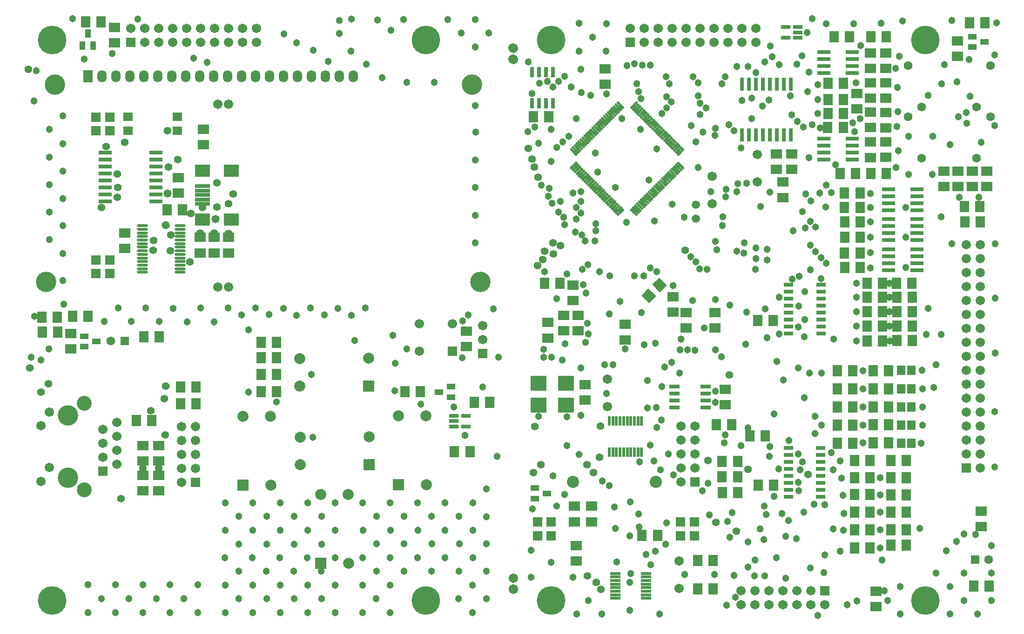
<source format=gts>
%FSLAX43Y43*%
%MOMM*%
G71*
G01*
G75*
%ADD10C,0.300*%
%ADD11R,1.600X1.800*%
%ADD12R,1.800X1.600*%
%ADD13R,1.300X0.850*%
%ADD14R,1.450X0.550*%
%ADD15R,1.450X0.550*%
%ADD16R,0.850X1.300*%
%ADD17R,2.150X0.600*%
%ADD18R,2.150X0.600*%
%ADD19R,2.500X0.500*%
%ADD20R,2.500X2.000*%
%ADD21O,1.800X0.350*%
%ADD22O,1.800X0.350*%
%ADD23R,1.500X1.300*%
%ADD24C,0.250*%
%ADD25R,0.300X1.600*%
%ADD26R,1.700X0.600*%
%ADD27R,1.700X0.600*%
%ADD28R,0.600X2.150*%
%ADD29R,0.600X1.700*%
%ADD30R,0.600X2.150*%
%ADD31R,1.550X0.600*%
%ADD32R,1.550X0.600*%
%ADD33C,0.063*%
%ADD34R,2.200X0.600*%
%ADD35R,2.200X0.600*%
%ADD36R,2.200X0.550*%
%ADD37R,2.200X0.550*%
%ADD38R,1.300X1.500*%
%ADD39R,2.700X2.500*%
%ADD40R,1.650X0.300*%
%ADD41C,0.500*%
%ADD42C,0.400*%
%ADD43C,0.600*%
%ADD44C,1.000*%
%ADD45C,0.800*%
%ADD46R,1.500X1.500*%
%ADD47C,1.500*%
%ADD48R,1.400X1.400*%
%ADD49C,1.400*%
%ADD50O,1.500X2.000*%
%ADD51R,1.500X2.000*%
%ADD52C,1.800*%
%ADD53R,1.800X1.800*%
%ADD54C,1.200*%
%ADD55C,3.500*%
%ADD56C,2.500*%
%ADD57C,5.000*%
%ADD58C,1.100*%
%ADD59C,1.300*%
%ADD60C,2.000*%
%ADD61C,1.500*%
%ADD62C,1.270*%
%ADD63R,0.950X0.900*%
%ADD64C,0.700*%
%ADD65R,1.803X2.003*%
%ADD66R,2.003X1.803*%
%ADD67R,1.503X1.053*%
%ADD68R,1.653X0.753*%
%ADD69R,1.653X0.753*%
%ADD70R,1.053X1.503*%
%ADD71R,2.353X0.803*%
%ADD72R,2.353X0.803*%
%ADD73R,2.703X0.703*%
%ADD74R,2.703X2.203*%
%ADD75O,2.003X0.553*%
%ADD76O,2.003X0.553*%
%ADD77R,1.703X1.503*%
%ADD78R,0.503X1.803*%
%ADD79R,1.903X0.803*%
%ADD80R,1.903X0.803*%
%ADD81R,0.803X2.353*%
%ADD82R,0.803X1.903*%
%ADD83R,0.803X2.353*%
%ADD84R,1.753X0.803*%
%ADD85R,1.753X0.803*%
%ADD86R,2.403X0.803*%
%ADD87R,2.403X0.803*%
%ADD88R,2.403X0.753*%
%ADD89R,2.403X0.753*%
%ADD90R,1.503X1.703*%
%ADD91R,2.903X2.703*%
%ADD92R,1.853X0.503*%
%ADD93R,1.703X1.703*%
%ADD94C,1.703*%
%ADD95R,1.603X1.603*%
%ADD96C,1.603*%
%ADD97O,1.703X2.203*%
%ADD98R,1.703X2.203*%
%ADD99C,2.003*%
%ADD100R,2.003X2.003*%
%ADD101C,1.403*%
%ADD102C,3.703*%
%ADD103C,2.703*%
%ADD104C,5.203*%
%ADD105C,1.303*%
%ADD106C,1.503*%
%ADD107C,2.203*%
%ADD108C,1.703*%
%ADD109C,1.473*%
D33*
X112548Y74968D02*
X112271Y74691D01*
X111111Y75852D01*
X111388Y76128D01*
X112548Y74968D01*
X112474D02*
X112271Y74765D01*
X111185Y75852D01*
X111388Y76054D01*
X112474Y74968D01*
X112400D02*
X112271Y74839D01*
X111259Y75852D01*
X111388Y75980D01*
X112400Y74968D01*
X112327D02*
X112271Y74912D01*
X111332Y75852D01*
X111388Y75907D01*
X112327Y74968D01*
X112271Y74986D02*
X111388Y75833D01*
D42*
X101136Y87555D02*
X102020Y86671D01*
X101982Y86634D02*
G03*
X102020Y86671I19J19D01*
G01*
X101098Y87518D02*
X101982Y86634D01*
X101136Y87555D02*
G03*
X101098Y87518I-19J-19D01*
G01*
X108169Y75711D02*
X109053Y76595D01*
X109091Y76558D02*
G03*
X109053Y76595I-19J19D01*
G01*
X108207Y75674D02*
X109091Y76558D01*
X108169Y75711D02*
G03*
X108207Y75674I19J-19D01*
G01*
X113119Y92682D02*
X114003Y93566D01*
X114040Y93528D02*
G03*
X114003Y93566I-19J19D01*
G01*
X113157Y92644D02*
X114040Y93528D01*
X113119Y92682D02*
G03*
X113157Y92644I19J-19D01*
G01*
X117399Y81898D02*
X118283Y81015D01*
X118245Y80977D02*
G03*
X118283Y81015I19J19D01*
G01*
X117361Y81861D02*
X118245Y80977D01*
X117399Y81898D02*
G03*
X117361Y81861I-19J-19D01*
G01*
X116692Y81191D02*
X117576Y80307D01*
X117538Y80270D02*
G03*
X117576Y80307I19J19D01*
G01*
X116654Y81154D02*
X117538Y80270D01*
X116692Y81191D02*
G03*
X116654Y81154I-19J-19D01*
G01*
X108523Y75358D02*
X109407Y76242D01*
X109444Y76204D02*
G03*
X109407Y76242I-19J19D01*
G01*
X108560Y75320D02*
X109444Y76204D01*
X108523Y75358D02*
G03*
X108560Y75320I19J-19D01*
G01*
X100745Y83136D02*
X101628Y84020D01*
X101666Y83982D02*
G03*
X101628Y84020I-19J19D01*
G01*
X100782Y83098D02*
X101666Y83982D01*
X100745Y83136D02*
G03*
X100782Y83098I19J-19D01*
G01*
X100391Y83489D02*
X101275Y84373D01*
X101312Y84336D02*
G03*
X101275Y84373I-19J19D01*
G01*
X100429Y83452D02*
X101312Y84336D01*
X100391Y83489D02*
G03*
X100429Y83452I19J-19D01*
G01*
X119167Y83666D02*
X120051Y82782D01*
X120013Y82745D02*
G03*
X120051Y82782I19J19D01*
G01*
X119129Y83629D02*
X120013Y82745D01*
X119167Y83666D02*
G03*
X119129Y83629I-19J-19D01*
G01*
X118813Y83313D02*
X119697Y82429D01*
X119660Y82391D02*
G03*
X119697Y82429I19J19D01*
G01*
X118776Y83275D02*
X119660Y82391D01*
X118813Y83313D02*
G03*
X118776Y83275I-19J-19D01*
G01*
X115594Y90207D02*
X116478Y91091D01*
X116515Y91053D02*
G03*
X116478Y91091I-19J19D01*
G01*
X115631Y90169D02*
X116515Y91053D01*
X115594Y90207D02*
G03*
X115631Y90169I19J-19D01*
G01*
X115240Y90561D02*
X116124Y91444D01*
X116162Y91407D02*
G03*
X116124Y91444I-19J19D01*
G01*
X115278Y90523D02*
X116162Y91407D01*
X115240Y90561D02*
G03*
X115278Y90523I19J-19D01*
G01*
X116654Y89146D02*
X117538Y90030D01*
X117576Y89993D02*
G03*
X117538Y90030I-19J19D01*
G01*
X116692Y89109D02*
X117576Y89993D01*
X116654Y89146D02*
G03*
X116692Y89109I19J-19D01*
G01*
X101098Y82782D02*
X101982Y83666D01*
X102020Y83629D02*
G03*
X101982Y83666I-19J19D01*
G01*
X101136Y82745D02*
X102020Y83629D01*
X101098Y82782D02*
G03*
X101136Y82745I19J-19D01*
G01*
X101452Y82393D02*
X102336Y83277D01*
X102373Y83240D02*
G03*
X102336Y83277I-19J19D01*
G01*
X101489Y82356D02*
X102373Y83240D01*
X101452Y82393D02*
G03*
X101489Y82356I19J-19D01*
G01*
X101805Y82075D02*
X102689Y82959D01*
X102727Y82921D02*
G03*
X102689Y82959I-19J19D01*
G01*
X101843Y82038D02*
X102727Y82921D01*
X101805Y82075D02*
G03*
X101843Y82038I19J-19D01*
G01*
X102159Y81722D02*
X103043Y82606D01*
X103080Y82568D02*
G03*
X103043Y82606I-19J19D01*
G01*
X102196Y81684D02*
X103080Y82568D01*
X102159Y81722D02*
G03*
X102196Y81684I19J-19D01*
G01*
X102512Y81368D02*
X103396Y82252D01*
X103434Y82214D02*
G03*
X103396Y82252I-19J19D01*
G01*
X102550Y81330D02*
X103434Y82214D01*
X102512Y81368D02*
G03*
X102550Y81330I19J-19D01*
G01*
X102866Y81015D02*
X103750Y81898D01*
X103787Y81861D02*
G03*
X103750Y81898I-19J19D01*
G01*
X102903Y80977D02*
X103787Y81861D01*
X102866Y81015D02*
G03*
X102903Y80977I19J-19D01*
G01*
X103219Y80661D02*
X104103Y81545D01*
X104141Y81507D02*
G03*
X104103Y81545I-19J19D01*
G01*
X103257Y80623D02*
X104141Y81507D01*
X103219Y80661D02*
G03*
X103257Y80623I19J-19D01*
G01*
X103573Y80307D02*
X104457Y81191D01*
X104494Y81154D02*
G03*
X104457Y81191I-19J19D01*
G01*
X103611Y80270D02*
X104494Y81154D01*
X103573Y80307D02*
G03*
X103611Y80270I19J-19D01*
G01*
X103926Y79954D02*
X104810Y80838D01*
X104848Y80800D02*
G03*
X104810Y80838I-19J19D01*
G01*
X103964Y79916D02*
X104848Y80800D01*
X103926Y79954D02*
G03*
X103964Y79916I19J-19D01*
G01*
X104280Y79600D02*
X105164Y80484D01*
X105202Y80447D02*
G03*
X105164Y80484I-19J19D01*
G01*
X104318Y79563D02*
X105202Y80447D01*
X104280Y79600D02*
G03*
X104318Y79563I19J-19D01*
G01*
X104634Y79247D02*
X105517Y80131D01*
X105555Y80093D02*
G03*
X105517Y80131I-19J19D01*
G01*
X104671Y79209D02*
X105555Y80093D01*
X104634Y79247D02*
G03*
X104671Y79209I19J-19D01*
G01*
X104987Y78893D02*
X105871Y79777D01*
X105909Y79740D02*
G03*
X105871Y79777I-19J19D01*
G01*
X105025Y78856D02*
X105909Y79740D01*
X104987Y78893D02*
G03*
X105025Y78856I19J-19D01*
G01*
X105341Y78540D02*
X106225Y79424D01*
X106262Y79386D02*
G03*
X106225Y79424I-19J19D01*
G01*
X105378Y78502D02*
X106262Y79386D01*
X105341Y78540D02*
G03*
X105378Y78502I19J-19D01*
G01*
X105694Y78186D02*
X106578Y79070D01*
X106616Y79032D02*
G03*
X106578Y79070I-19J19D01*
G01*
X105732Y78149D02*
X106616Y79032D01*
X105694Y78186D02*
G03*
X105732Y78149I19J-19D01*
G01*
X106048Y77833D02*
X106932Y78716D01*
X106969Y78679D02*
G03*
X106932Y78716I-19J19D01*
G01*
X106085Y77795D02*
X106969Y78679D01*
X106048Y77833D02*
G03*
X106085Y77795I19J-19D01*
G01*
X106401Y77479D02*
X107285Y78363D01*
X107323Y78325D02*
G03*
X107285Y78363I-19J19D01*
G01*
X106439Y77441D02*
X107323Y78325D01*
X106401Y77479D02*
G03*
X106439Y77441I19J-19D01*
G01*
X106755Y77090D02*
X107639Y77974D01*
X107676Y77936D02*
G03*
X107639Y77974I-19J19D01*
G01*
X106793Y77052D02*
X107676Y77936D01*
X106755Y77090D02*
G03*
X106793Y77052I19J-19D01*
G01*
X107108Y76772D02*
X107992Y77656D01*
X108030Y77618D02*
G03*
X107992Y77656I-19J19D01*
G01*
X107146Y76734D02*
X108030Y77618D01*
X107108Y76772D02*
G03*
X107146Y76734I19J-19D01*
G01*
X107462Y76418D02*
X108346Y77302D01*
X108384Y77265D02*
G03*
X108346Y77302I-19J19D01*
G01*
X107500Y76381D02*
X108384Y77265D01*
X107462Y76418D02*
G03*
X107500Y76381I19J-19D01*
G01*
X107816Y76065D02*
X108699Y76949D01*
X108737Y76911D02*
G03*
X108699Y76949I-19J19D01*
G01*
X107853Y76027D02*
X108737Y76911D01*
X107816Y76065D02*
G03*
X107853Y76027I19J-19D01*
G01*
X108876Y75004D02*
X109760Y75888D01*
X109798Y75850D02*
G03*
X109760Y75888I-19J19D01*
G01*
X108914Y74967D02*
X109798Y75850D01*
X108876Y75004D02*
G03*
X108914Y74967I19J-19D01*
G01*
X108914Y95333D02*
X109798Y94450D01*
X109760Y94412D02*
G03*
X109798Y94450I19J19D01*
G01*
X108876Y95296D02*
X109760Y94412D01*
X108914Y95333D02*
G03*
X108876Y95296I-19J-19D01*
G01*
X108560Y94980D02*
X109444Y94096D01*
X109407Y94058D02*
G03*
X109444Y94096I19J19D01*
G01*
X108523Y94942D02*
X109407Y94058D01*
X108560Y94980D02*
G03*
X108523Y94942I-19J-19D01*
G01*
X108207Y94626D02*
X109091Y93742D01*
X109053Y93705D02*
G03*
X109091Y93742I19J19D01*
G01*
X108169Y94589D02*
X109053Y93705D01*
X108207Y94626D02*
G03*
X108169Y94589I-19J-19D01*
G01*
X107853Y94273D02*
X108737Y93389D01*
X108699Y93351D02*
G03*
X108737Y93389I19J19D01*
G01*
X107816Y94235D02*
X108699Y93351D01*
X107853Y94273D02*
G03*
X107816Y94235I-19J-19D01*
G01*
X107500Y93919D02*
X108384Y93035D01*
X108346Y92998D02*
G03*
X108384Y93035I19J19D01*
G01*
X107462Y93882D02*
X108346Y92998D01*
X107500Y93919D02*
G03*
X107462Y93882I-19J-19D01*
G01*
X107146Y93566D02*
X108030Y92682D01*
X107992Y92644D02*
G03*
X108030Y92682I19J19D01*
G01*
X107108Y93528D02*
X107992Y92644D01*
X107146Y93566D02*
G03*
X107108Y93528I-19J-19D01*
G01*
X106793Y93212D02*
X107676Y92328D01*
X107639Y92291D02*
G03*
X107676Y92328I19J19D01*
G01*
X106755Y93175D02*
X107639Y92291D01*
X106793Y93212D02*
G03*
X106755Y93175I-19J-19D01*
G01*
X106439Y92859D02*
X107323Y91975D01*
X107285Y91937D02*
G03*
X107323Y91975I19J19D01*
G01*
X106401Y92821D02*
X107285Y91937D01*
X106439Y92859D02*
G03*
X106401Y92821I-19J-19D01*
G01*
X106085Y92505D02*
X106969Y91621D01*
X106932Y91584D02*
G03*
X106969Y91621I19J19D01*
G01*
X106048Y92467D02*
X106932Y91584D01*
X106085Y92505D02*
G03*
X106048Y92467I-19J-19D01*
G01*
X105732Y92151D02*
X106616Y91268D01*
X106578Y91230D02*
G03*
X106616Y91268I19J19D01*
G01*
X105694Y92114D02*
X106578Y91230D01*
X105732Y92151D02*
G03*
X105694Y92114I-19J-19D01*
G01*
X105378Y91798D02*
X106262Y90914D01*
X106225Y90876D02*
G03*
X106262Y90914I19J19D01*
G01*
X105341Y91760D02*
X106225Y90876D01*
X105378Y91798D02*
G03*
X105341Y91760I-19J-19D01*
G01*
X105025Y91444D02*
X105909Y90560D01*
X105871Y90523D02*
G03*
X105909Y90560I19J19D01*
G01*
X104987Y91407D02*
X105871Y90523D01*
X105025Y91444D02*
G03*
X104987Y91407I-19J-19D01*
G01*
X104671Y91091D02*
X105555Y90207D01*
X105517Y90169D02*
G03*
X105555Y90207I19J19D01*
G01*
X104634Y91053D02*
X105517Y90169D01*
X104671Y91091D02*
G03*
X104634Y91053I-19J-19D01*
G01*
X104318Y90737D02*
X105202Y89853D01*
X105164Y89816D02*
G03*
X105202Y89853I19J19D01*
G01*
X104280Y90700D02*
X105164Y89816D01*
X104318Y90737D02*
G03*
X104280Y90700I-19J-19D01*
G01*
X103964Y90384D02*
X104848Y89500D01*
X104810Y89462D02*
G03*
X104848Y89500I19J19D01*
G01*
X103926Y90346D02*
X104810Y89462D01*
X103964Y90384D02*
G03*
X103926Y90346I-19J-19D01*
G01*
X103257Y89677D02*
X104141Y88793D01*
X104103Y88755D02*
G03*
X104141Y88793I19J19D01*
G01*
X103219Y89639D02*
X104103Y88755D01*
X103257Y89677D02*
G03*
X103219Y89639I-19J-19D01*
G01*
X102903Y89323D02*
X103787Y88439D01*
X103750Y88402D02*
G03*
X103787Y88439I19J19D01*
G01*
X102866Y89285D02*
X103750Y88402D01*
X102903Y89323D02*
G03*
X102866Y89285I-19J-19D01*
G01*
X102550Y88970D02*
X103434Y88086D01*
X103396Y88048D02*
G03*
X103434Y88086I19J19D01*
G01*
X102512Y88932D02*
X103396Y88048D01*
X102550Y88970D02*
G03*
X102512Y88932I-19J-19D01*
G01*
X102196Y88616D02*
X103080Y87732D01*
X103043Y87694D02*
G03*
X103080Y87732I19J19D01*
G01*
X102159Y88578D02*
X103043Y87694D01*
X102196Y88616D02*
G03*
X102159Y88578I-19J-19D01*
G01*
X101843Y88262D02*
X102727Y87379D01*
X102689Y87341D02*
G03*
X102727Y87379I19J19D01*
G01*
X101805Y88225D02*
X102689Y87341D01*
X101843Y88262D02*
G03*
X101805Y88225I-19J-19D01*
G01*
X101489Y87909D02*
X102373Y87025D01*
X102336Y86987D02*
G03*
X102373Y87025I19J19D01*
G01*
X101452Y87871D02*
X102336Y86987D01*
X101489Y87909D02*
G03*
X101452Y87871I-19J-19D01*
G01*
X119836Y85964D02*
X120720Y86848D01*
X120758Y86811D02*
G03*
X120720Y86848I-19J19D01*
G01*
X119874Y85927D02*
X120758Y86811D01*
X119836Y85964D02*
G03*
X119874Y85927I19J-19D01*
G01*
X119129Y86671D02*
X120013Y87555D01*
X120051Y87518D02*
G03*
X120013Y87555I-19J19D01*
G01*
X119167Y86634D02*
X120051Y87518D01*
X119129Y86671D02*
G03*
X119167Y86634I19J-19D01*
G01*
X118776Y87025D02*
X119660Y87909D01*
X119697Y87871D02*
G03*
X119660Y87909I-19J19D01*
G01*
X118813Y86987D02*
X119697Y87871D01*
X118776Y87025D02*
G03*
X118813Y86987I19J-19D01*
G01*
X118422Y87379D02*
X119306Y88262D01*
X119344Y88225D02*
G03*
X119306Y88262I-19J19D01*
G01*
X118460Y87341D02*
X119344Y88225D01*
X118422Y87379D02*
G03*
X118460Y87341I19J-19D01*
G01*
X118069Y87732D02*
X118952Y88616D01*
X118990Y88578D02*
G03*
X118952Y88616I-19J19D01*
G01*
X118106Y87694D02*
X118990Y88578D01*
X118069Y87732D02*
G03*
X118106Y87694I19J-19D01*
G01*
X117715Y88086D02*
X118599Y88970D01*
X118637Y88932D02*
G03*
X118599Y88970I-19J19D01*
G01*
X117753Y88048D02*
X118637Y88932D01*
X117715Y88086D02*
G03*
X117753Y88048I19J-19D01*
G01*
X117362Y88439D02*
X118245Y89323D01*
X118283Y89285D02*
G03*
X118245Y89323I-19J19D01*
G01*
X117399Y88402D02*
X118283Y89285D01*
X117362Y88439D02*
G03*
X117399Y88402I19J-19D01*
G01*
X117008Y88793D02*
X117892Y89677D01*
X117929Y89639D02*
G03*
X117892Y89677I-19J19D01*
G01*
X117046Y88755D02*
X117929Y89639D01*
X117008Y88793D02*
G03*
X117046Y88755I19J-19D01*
G01*
X116301Y89500D02*
X117185Y90384D01*
X117222Y90346D02*
G03*
X117185Y90384I-19J19D01*
G01*
X116339Y89462D02*
X117222Y90346D01*
X116301Y89500D02*
G03*
X116339Y89462I19J-19D01*
G01*
X115947Y89853D02*
X116831Y90737D01*
X116869Y90700D02*
G03*
X116831Y90737I-19J19D01*
G01*
X115985Y89816D02*
X116869Y90700D01*
X115947Y89853D02*
G03*
X115985Y89816I19J-19D01*
G01*
X114887Y90914D02*
X115771Y91798D01*
X115808Y91760D02*
G03*
X115771Y91798I-19J19D01*
G01*
X114924Y90876D02*
X115808Y91760D01*
X114887Y90914D02*
G03*
X114924Y90876I19J-19D01*
G01*
X114533Y91268D02*
X115417Y92151D01*
X115455Y92114D02*
G03*
X115417Y92151I-19J19D01*
G01*
X114571Y91230D02*
X115455Y92114D01*
X114533Y91268D02*
G03*
X114571Y91230I19J-19D01*
G01*
X114180Y91621D02*
X115063Y92505D01*
X115101Y92467D02*
G03*
X115063Y92505I-19J19D01*
G01*
X114217Y91584D02*
X115101Y92467D01*
X114180Y91621D02*
G03*
X114217Y91584I19J-19D01*
G01*
X113826Y91975D02*
X114710Y92859D01*
X114747Y92821D02*
G03*
X114710Y92859I-19J19D01*
G01*
X113864Y91937D02*
X114747Y92821D01*
X113826Y91975D02*
G03*
X113864Y91937I19J-19D01*
G01*
X113472Y92328D02*
X114356Y93212D01*
X114394Y93175D02*
G03*
X114356Y93212I-19J19D01*
G01*
X113510Y92291D02*
X114394Y93175D01*
X113472Y92328D02*
G03*
X113510Y92291I19J-19D01*
G01*
X112765Y93035D02*
X113649Y93919D01*
X113687Y93882D02*
G03*
X113649Y93919I-19J19D01*
G01*
X112803Y92998D02*
X113687Y93882D01*
X112765Y93035D02*
G03*
X112803Y92998I19J-19D01*
G01*
X112412Y93389D02*
X113296Y94273D01*
X113333Y94235D02*
G03*
X113296Y94273I-19J19D01*
G01*
X112449Y93351D02*
X113333Y94235D01*
X112412Y93389D02*
G03*
X112449Y93351I19J-19D01*
G01*
X112058Y93742D02*
X112942Y94626D01*
X112980Y94589D02*
G03*
X112942Y94626I-19J19D01*
G01*
X112096Y93705D02*
X112980Y94589D01*
X112058Y93742D02*
G03*
X112096Y93705I19J-19D01*
G01*
X111705Y94096D02*
X112589Y94980D01*
X112626Y94942D02*
G03*
X112589Y94980I-19J19D01*
G01*
X111742Y94058D02*
X112626Y94942D01*
X111705Y94096D02*
G03*
X111742Y94058I19J-19D01*
G01*
X111351Y94450D02*
X112235Y95333D01*
X112273Y95296D02*
G03*
X112235Y95333I-19J19D01*
G01*
X111389Y94412D02*
X112273Y95296D01*
X111351Y94450D02*
G03*
X111389Y94412I19J-19D01*
G01*
X111742Y76242D02*
X112626Y75358D01*
X112589Y75320D02*
G03*
X112626Y75358I19J19D01*
G01*
X111705Y76204D02*
X112589Y75320D01*
X111742Y76242D02*
G03*
X111705Y76204I-19J-19D01*
G01*
X112096Y76595D02*
X112980Y75711D01*
X112942Y75674D02*
G03*
X112980Y75711I19J19D01*
G01*
X112058Y76558D02*
X112942Y75674D01*
X112096Y76595D02*
G03*
X112058Y76558I-19J-19D01*
G01*
X112449Y76949D02*
X113333Y76065D01*
X113296Y76027D02*
G03*
X113333Y76065I19J19D01*
G01*
X112412Y76911D02*
X113296Y76027D01*
X112449Y76949D02*
G03*
X112412Y76911I-19J-19D01*
G01*
X112803Y77302D02*
X113687Y76418D01*
X113649Y76381D02*
G03*
X113687Y76418I19J19D01*
G01*
X112765Y77265D02*
X113649Y76381D01*
X112803Y77302D02*
G03*
X112765Y77265I-19J-19D01*
G01*
X113157Y77656D02*
X114040Y76772D01*
X114003Y76734D02*
G03*
X114040Y76772I19J19D01*
G01*
X113119Y77618D02*
X114003Y76734D01*
X113157Y77656D02*
G03*
X113119Y77618I-19J-19D01*
G01*
X113864Y78363D02*
X114747Y77479D01*
X114710Y77441D02*
G03*
X114747Y77479I19J19D01*
G01*
X113826Y78325D02*
X114710Y77441D01*
X113864Y78363D02*
G03*
X113826Y78325I-19J-19D01*
G01*
X114217Y78716D02*
X115101Y77833D01*
X115063Y77795D02*
G03*
X115101Y77833I19J19D01*
G01*
X114180Y78679D02*
X115063Y77795D01*
X114217Y78716D02*
G03*
X114180Y78679I-19J-19D01*
G01*
X114571Y79070D02*
X115455Y78186D01*
X115417Y78149D02*
G03*
X115455Y78186I19J19D01*
G01*
X114533Y79032D02*
X115417Y78149D01*
X114571Y79070D02*
G03*
X114533Y79032I-19J-19D01*
G01*
X114924Y79424D02*
X115808Y78540D01*
X115771Y78502D02*
G03*
X115808Y78540I19J19D01*
G01*
X114887Y79386D02*
X115771Y78502D01*
X114924Y79424D02*
G03*
X114887Y79386I-19J-19D01*
G01*
X115278Y79777D02*
X116162Y78893D01*
X116124Y78856D02*
G03*
X116162Y78893I19J19D01*
G01*
X115240Y79740D02*
X116124Y78856D01*
X115278Y79777D02*
G03*
X115240Y79740I-19J-19D01*
G01*
X115631Y80131D02*
X116515Y79247D01*
X116478Y79209D02*
G03*
X116515Y79247I19J19D01*
G01*
X115594Y80093D02*
X116478Y79209D01*
X115631Y80131D02*
G03*
X115594Y80093I-19J-19D01*
G01*
X115985Y80484D02*
X116869Y79600D01*
X116831Y79563D02*
G03*
X116869Y79600I19J19D01*
G01*
X115947Y80447D02*
X116831Y79563D01*
X115985Y80484D02*
G03*
X115947Y80447I-19J-19D01*
G01*
X116339Y80838D02*
X117222Y79954D01*
X117185Y79916D02*
G03*
X117222Y79954I19J19D01*
G01*
X116301Y80800D02*
X117185Y79916D01*
X116339Y80838D02*
G03*
X116301Y80800I-19J-19D01*
G01*
X117046Y81545D02*
X117929Y80661D01*
X117892Y80623D02*
G03*
X117929Y80661I19J19D01*
G01*
X117008Y81507D02*
X117892Y80623D01*
X117046Y81545D02*
G03*
X117008Y81507I-19J-19D01*
G01*
X117753Y82252D02*
X118637Y81368D01*
X118599Y81330D02*
G03*
X118637Y81368I19J19D01*
G01*
X117715Y82214D02*
X118599Y81330D01*
X117753Y82252D02*
G03*
X117715Y82214I-19J-19D01*
G01*
X118106Y82606D02*
X118990Y81722D01*
X118952Y81684D02*
G03*
X118990Y81722I19J19D01*
G01*
X118069Y82568D02*
X118952Y81684D01*
X118106Y82606D02*
G03*
X118069Y82568I-19J-19D01*
G01*
X118460Y82959D02*
X119344Y82075D01*
X119306Y82038D02*
G03*
X119344Y82075I19J19D01*
G01*
X118422Y82922D02*
X119306Y82038D01*
X118460Y82959D02*
G03*
X118422Y82922I-19J-19D01*
G01*
X119521Y84020D02*
X120404Y83136D01*
X120367Y83098D02*
G03*
X120404Y83136I19J19D01*
G01*
X119483Y83982D02*
X120367Y83098D01*
X119521Y84020D02*
G03*
X119483Y83982I-19J-19D01*
G01*
X119874Y84373D02*
X120758Y83489D01*
X120720Y83452D02*
G03*
X120758Y83489I19J19D01*
G01*
X119836Y84336D02*
X120720Y83452D01*
X119874Y84373D02*
G03*
X119836Y84336I-19J-19D01*
G01*
X113510Y78009D02*
X114394Y77125D01*
X114356Y77088D02*
G03*
X114394Y77125I19J19D01*
G01*
X113472Y77972D02*
X114356Y77088D01*
X113510Y78009D02*
G03*
X113472Y77972I-19J-19D01*
G01*
X100429Y86848D02*
X101312Y85964D01*
X101275Y85927D02*
G03*
X101312Y85964I19J19D01*
G01*
X100391Y86811D02*
X101275Y85927D01*
X100429Y86848D02*
G03*
X100391Y86811I-19J-19D01*
G01*
X100782Y87202D02*
X101666Y86318D01*
X101628Y86280D02*
G03*
X101666Y86318I19J19D01*
G01*
X100745Y87164D02*
X101628Y86280D01*
X100782Y87202D02*
G03*
X100745Y87164I-19J-19D01*
G01*
X103611Y90030D02*
X104494Y89146D01*
X104457Y89109D02*
G03*
X104494Y89146I19J19D01*
G01*
X103573Y89993D02*
X104457Y89109D01*
X103611Y90030D02*
G03*
X103573Y89993I-19J-19D01*
G01*
X114555Y59133D02*
X113422Y60267D01*
X114414Y61259D01*
X115548Y60126D01*
X114555Y59133D01*
Y59605D02*
X113893Y60267D01*
X114414Y60788D01*
X115076Y60126D01*
X114555Y59605D01*
Y60076D02*
X114365Y60267D01*
X114414Y60316D01*
X114605Y60126D01*
X114555Y60076D01*
X114485Y60178D02*
Y60214D01*
X116535Y61113D02*
X115402Y62247D01*
X116394Y63239D01*
X117528Y62105D01*
X116535Y61113D01*
Y61585D02*
X115873Y62247D01*
X116394Y62768D01*
X117056Y62105D01*
X116535Y61585D01*
Y62056D02*
X116345Y62247D01*
X116394Y62296D01*
X116585Y62105D01*
X116535Y62056D01*
X116465Y62158D02*
Y62194D01*
X119483Y86318D02*
X120367Y87202D01*
X120404Y87164D02*
G03*
X120367Y87202I-19J19D01*
G01*
X119520Y86280D02*
X120404Y87164D01*
X119483Y86318D02*
G03*
X119520Y86280I19J-19D01*
G01*
D65*
X21350Y37501D02*
D03*
X24150D02*
D03*
X29388Y40545D02*
D03*
X32188D02*
D03*
X29388Y43545D02*
D03*
X32188D02*
D03*
X85610Y40768D02*
D03*
X82810Y40768D02*
D03*
X25494Y52714D02*
D03*
X22694Y52714D02*
D03*
X4206Y53543D02*
D03*
X7006Y53543D02*
D03*
X6945Y56296D02*
D03*
X4145D02*
D03*
X9711Y56430D02*
D03*
X12512Y56430D02*
D03*
X82012Y31758D02*
D03*
X79213Y31758D02*
D03*
X44000Y51701D02*
D03*
X46800D02*
D03*
X70162Y42708D02*
D03*
X72962Y42708D02*
D03*
X44062Y45808D02*
D03*
X46862D02*
D03*
X44062Y42708D02*
D03*
X46862D02*
D03*
X44062Y48908D02*
D03*
X46862D02*
D03*
X14900Y110001D02*
D03*
X12100D02*
D03*
X29695Y75814D02*
D03*
X26895Y75814D02*
D03*
X159677Y57271D02*
D03*
X162477D02*
D03*
X154268Y57273D02*
D03*
X157068Y57273D02*
D03*
X154268Y54673D02*
D03*
X157068D02*
D03*
X154268Y59874D02*
D03*
X157068D02*
D03*
X154268Y62425D02*
D03*
X157068D02*
D03*
X162427Y62422D02*
D03*
X159627D02*
D03*
X126218Y6808D02*
D03*
X123418Y6808D02*
D03*
X135696Y34664D02*
D03*
X132896Y34664D02*
D03*
X93537Y92707D02*
D03*
X96337D02*
D03*
X150224Y65300D02*
D03*
X150212Y70793D02*
D03*
X150162Y67943D02*
D03*
X150212Y73593D02*
D03*
X147112Y90793D02*
D03*
X149912Y90793D02*
D03*
X174780Y76426D02*
D03*
X171980D02*
D03*
X149937Y93357D02*
D03*
X147137D02*
D03*
X152962Y76243D02*
D03*
X150162Y76243D02*
D03*
X152962Y78843D02*
D03*
X150162Y78843D02*
D03*
X148874Y46550D02*
D03*
X151674D02*
D03*
X161362Y30143D02*
D03*
X158562Y30143D02*
D03*
X151662Y43243D02*
D03*
X148862D02*
D03*
X154937Y107307D02*
D03*
X157737D02*
D03*
X158187Y43257D02*
D03*
X155387D02*
D03*
X172018Y73618D02*
D03*
X174818D02*
D03*
X147187Y95907D02*
D03*
X149987Y95907D02*
D03*
X151662Y39943D02*
D03*
X148862D02*
D03*
X158187Y39957D02*
D03*
X155387D02*
D03*
X149937Y98807D02*
D03*
X147137Y98807D02*
D03*
X151662Y36643D02*
D03*
X148862D02*
D03*
X155387Y36657D02*
D03*
X158187D02*
D03*
X159677Y54670D02*
D03*
X162477Y54670D02*
D03*
X148862Y33343D02*
D03*
X151662D02*
D03*
X158187Y33357D02*
D03*
X155387D02*
D03*
X161362Y27043D02*
D03*
X151987Y27057D02*
D03*
X154787Y27057D02*
D03*
X153024Y65300D02*
D03*
X153012Y70793D02*
D03*
X159702Y52006D02*
D03*
X162502D02*
D03*
X157076Y51970D02*
D03*
X154276D02*
D03*
X161362Y23943D02*
D03*
X158562D02*
D03*
X151987Y23957D02*
D03*
X154787D02*
D03*
X152962Y67943D02*
D03*
X153012Y73593D02*
D03*
X161362Y20743D02*
D03*
X158562D02*
D03*
X151987Y20757D02*
D03*
X154787Y20757D02*
D03*
X161362Y17543D02*
D03*
X158562D02*
D03*
X151987Y17557D02*
D03*
X154787D02*
D03*
X161362Y14746D02*
D03*
X158562D02*
D03*
X151987Y14257D02*
D03*
X154787D02*
D03*
X173687Y7357D02*
D03*
X176487D02*
D03*
X157737Y82407D02*
D03*
X154937D02*
D03*
X151979Y30159D02*
D03*
X154779Y30159D02*
D03*
X149327Y82403D02*
D03*
X152127Y82403D02*
D03*
X134361Y55667D02*
D03*
X137161D02*
D03*
X151059Y107324D02*
D03*
X148259D02*
D03*
X134487Y25708D02*
D03*
X137287D02*
D03*
X158562Y27043D02*
D03*
X172930Y109884D02*
D03*
X175730Y109884D02*
D03*
X158187Y46557D02*
D03*
X155387Y46557D02*
D03*
X162477Y59871D02*
D03*
X159677Y59872D02*
D03*
X130694Y30001D02*
D03*
X127894Y30001D02*
D03*
X127894Y27200D02*
D03*
X130694Y27200D02*
D03*
X127920Y24348D02*
D03*
X130720Y24348D02*
D03*
X126870Y36701D02*
D03*
X129670Y36701D02*
D03*
X95575Y62401D02*
D03*
X98375D02*
D03*
X123418Y11959D02*
D03*
X126218Y11959D02*
D03*
X116134Y16512D02*
D03*
X113334D02*
D03*
D66*
X22512Y24645D02*
D03*
Y27445D02*
D03*
X25400Y27470D02*
D03*
X25400Y24670D02*
D03*
X22499Y32871D02*
D03*
Y30071D02*
D03*
X25413Y30097D02*
D03*
Y32897D02*
D03*
X9382Y50487D02*
D03*
X9382Y53287D02*
D03*
X17400Y106201D02*
D03*
Y109001D02*
D03*
X81338Y53756D02*
D03*
X81338Y50956D02*
D03*
X28957Y81671D02*
D03*
Y78871D02*
D03*
X19255Y68769D02*
D03*
Y71569D02*
D03*
X32902Y67981D02*
D03*
X32902Y70781D02*
D03*
X38103Y67981D02*
D03*
X38103Y70781D02*
D03*
X35502Y67981D02*
D03*
X35502Y70781D02*
D03*
X33515Y90461D02*
D03*
Y87661D02*
D03*
X104133Y21842D02*
D03*
X126562Y54337D02*
D03*
Y57137D02*
D03*
X152421Y96977D02*
D03*
X152421Y94177D02*
D03*
X170667Y103726D02*
D03*
X140568Y85962D02*
D03*
Y83162D02*
D03*
X154868Y93562D02*
D03*
Y90762D02*
D03*
X173411Y82883D02*
D03*
Y80083D02*
D03*
X154881Y85338D02*
D03*
Y88138D02*
D03*
X170667Y106526D02*
D03*
X137768Y83162D02*
D03*
X137768Y85962D02*
D03*
X154874Y104350D02*
D03*
Y101550D02*
D03*
X176018Y80070D02*
D03*
X176018Y82870D02*
D03*
X168210Y80083D02*
D03*
Y82883D02*
D03*
X101032Y19042D02*
D03*
Y21842D02*
D03*
X155892Y6397D02*
D03*
Y3597D02*
D03*
X128453Y40363D02*
D03*
Y43163D02*
D03*
X174981Y20938D02*
D03*
Y18138D02*
D03*
X170810Y82883D02*
D03*
Y80083D02*
D03*
X106643Y101486D02*
D03*
Y98686D02*
D03*
X157678Y93547D02*
D03*
Y90747D02*
D03*
X157671Y85353D02*
D03*
X157671Y88153D02*
D03*
X138971Y78053D02*
D03*
Y80853D02*
D03*
X157678Y104347D02*
D03*
Y101547D02*
D03*
X157671Y96153D02*
D03*
Y98953D02*
D03*
X154881Y96138D02*
D03*
Y98938D02*
D03*
X104133Y19042D02*
D03*
X118946Y59948D02*
D03*
X118946Y57148D02*
D03*
X96181Y52485D02*
D03*
X96181Y55285D02*
D03*
X99059Y53823D02*
D03*
Y56623D02*
D03*
X101659Y53823D02*
D03*
Y56623D02*
D03*
X100770Y62098D02*
D03*
X100770Y59298D02*
D03*
X121309Y54273D02*
D03*
X121309Y57073D02*
D03*
X102983Y41147D02*
D03*
X102983Y43947D02*
D03*
X110246Y54948D02*
D03*
X110246Y52148D02*
D03*
X101332Y14690D02*
D03*
X101332Y11890D02*
D03*
D67*
X14094Y51872D02*
D03*
X11894Y52822D02*
D03*
Y50922D02*
D03*
X76402Y42653D02*
D03*
X78602Y41703D02*
D03*
Y43603D02*
D03*
X175622Y106375D02*
D03*
X173422Y107325D02*
D03*
X173422Y105425D02*
D03*
X96022Y24203D02*
D03*
X93822Y25153D02*
D03*
Y23253D02*
D03*
D68*
X81275Y38301D02*
D03*
Y36401D02*
D03*
X79125D02*
D03*
Y37351D02*
D03*
X139483Y109050D02*
D03*
X141633D02*
D03*
Y108100D02*
D03*
Y107150D02*
D03*
D69*
X79125Y38301D02*
D03*
X139483Y107150D02*
D03*
D70*
X13452Y105699D02*
D03*
X12502Y107899D02*
D03*
X11552Y105699D02*
D03*
D71*
X24880Y78597D02*
D03*
Y79867D02*
D03*
Y81137D02*
D03*
Y82407D02*
D03*
Y83677D02*
D03*
Y86217D02*
D03*
X15630Y78597D02*
D03*
Y79867D02*
D03*
Y81137D02*
D03*
Y82407D02*
D03*
Y83677D02*
D03*
Y86217D02*
D03*
X24880Y77327D02*
D03*
X15630D02*
D03*
X24880Y84947D02*
D03*
D72*
X15630Y84947D02*
D03*
D73*
X33380Y76901D02*
D03*
Y77701D02*
D03*
Y78501D02*
D03*
Y79301D02*
D03*
X33360Y80101D02*
D03*
D74*
X33380Y74051D02*
D03*
X38653D02*
D03*
X33380Y82951D02*
D03*
X38653D02*
D03*
D75*
X29261Y64450D02*
D03*
Y65100D02*
D03*
Y65750D02*
D03*
Y66400D02*
D03*
Y67050D02*
D03*
Y67700D02*
D03*
Y68350D02*
D03*
Y69000D02*
D03*
Y69650D02*
D03*
Y70300D02*
D03*
Y70950D02*
D03*
Y71600D02*
D03*
Y72250D02*
D03*
Y72900D02*
D03*
X22461Y64450D02*
D03*
Y65100D02*
D03*
Y65750D02*
D03*
Y66400D02*
D03*
Y67050D02*
D03*
Y67700D02*
D03*
Y68350D02*
D03*
Y69000D02*
D03*
Y69650D02*
D03*
Y70300D02*
D03*
Y70950D02*
D03*
Y71600D02*
D03*
Y72250D02*
D03*
D76*
X22461Y72900D02*
D03*
D77*
X28807Y90224D02*
D03*
Y92724D02*
D03*
X19807D02*
D03*
X19807Y90224D02*
D03*
D78*
X111927Y31709D02*
D03*
X113227Y37409D02*
D03*
X112577D02*
D03*
X111927D02*
D03*
X111277D02*
D03*
X110627D02*
D03*
X109977D02*
D03*
X109327D02*
D03*
X108677D02*
D03*
X108027D02*
D03*
X107377D02*
D03*
X113227Y31709D02*
D03*
X112577D02*
D03*
X111277D02*
D03*
X110627D02*
D03*
X109977D02*
D03*
X109327D02*
D03*
X108677D02*
D03*
X108027D02*
D03*
X107377D02*
D03*
D79*
X119205Y39855D02*
D03*
Y41125D02*
D03*
X124905Y42395D02*
D03*
Y41125D02*
D03*
D80*
X119205Y43665D02*
D03*
Y42395D02*
D03*
X124905Y43665D02*
D03*
Y39855D02*
D03*
D81*
X135339Y89425D02*
D03*
Y98675D02*
D03*
X136609D02*
D03*
X132799Y89425D02*
D03*
X134069D02*
D03*
X137879D02*
D03*
X139149D02*
D03*
X140419D02*
D03*
X131529Y98675D02*
D03*
X137879D02*
D03*
X139149D02*
D03*
D82*
X95859Y100900D02*
D03*
X94589Y95200D02*
D03*
X97129Y100900D02*
D03*
X94589D02*
D03*
X93319D02*
D03*
X97129Y95200D02*
D03*
X95859D02*
D03*
X93319D02*
D03*
D83*
X131529Y89425D02*
D03*
X134069Y98675D02*
D03*
X132799Y98675D02*
D03*
X140419D02*
D03*
X136609Y89425D02*
D03*
D84*
X139999Y62145D02*
D03*
Y55795D02*
D03*
Y57065D02*
D03*
X145849Y55795D02*
D03*
X139999Y54525D02*
D03*
Y58335D02*
D03*
X145804Y24868D02*
D03*
X145804Y26138D02*
D03*
X139999Y60875D02*
D03*
X139954Y29948D02*
D03*
X139999Y59605D02*
D03*
D85*
X139954Y32488D02*
D03*
X145849Y53255D02*
D03*
Y54525D02*
D03*
Y57065D02*
D03*
Y58335D02*
D03*
Y59605D02*
D03*
Y60875D02*
D03*
Y62145D02*
D03*
X139999Y53255D02*
D03*
X145804Y27408D02*
D03*
Y28678D02*
D03*
Y23598D02*
D03*
X139954Y24868D02*
D03*
X145804Y29948D02*
D03*
Y31218D02*
D03*
Y32488D02*
D03*
X139954Y26138D02*
D03*
Y27408D02*
D03*
Y28678D02*
D03*
Y23598D02*
D03*
Y31218D02*
D03*
D86*
X151585Y100748D02*
D03*
X146385Y103288D02*
D03*
Y102018D02*
D03*
Y100748D02*
D03*
X151574Y84945D02*
D03*
D87*
X146385Y104558D02*
D03*
X151585D02*
D03*
Y103288D02*
D03*
Y102018D02*
D03*
X151574Y86215D02*
D03*
Y87485D02*
D03*
Y88755D02*
D03*
X146374Y84945D02*
D03*
Y86215D02*
D03*
Y87485D02*
D03*
Y88755D02*
D03*
D88*
X158124Y79505D02*
D03*
Y78235D02*
D03*
Y76965D02*
D03*
Y75695D02*
D03*
X163324Y79505D02*
D03*
Y78235D02*
D03*
Y76965D02*
D03*
Y75695D02*
D03*
X158124Y74105D02*
D03*
Y72835D02*
D03*
Y71565D02*
D03*
Y70295D02*
D03*
X163324Y74105D02*
D03*
Y72835D02*
D03*
Y71565D02*
D03*
Y70295D02*
D03*
X158136Y68610D02*
D03*
Y67340D02*
D03*
Y66070D02*
D03*
Y64800D02*
D03*
X163336Y68610D02*
D03*
Y66070D02*
D03*
Y64800D02*
D03*
D89*
Y67340D02*
D03*
D90*
X160433Y39945D02*
D03*
X162333D02*
D03*
X160433Y36645D02*
D03*
X162333D02*
D03*
X160433Y33345D02*
D03*
X162333D02*
D03*
Y46607D02*
D03*
X160433D02*
D03*
X162333Y43206D02*
D03*
X160433D02*
D03*
D91*
X99474Y40259D02*
D03*
X94474Y40259D02*
D03*
X94474Y44259D02*
D03*
X99474D02*
D03*
D92*
X114027Y5077D02*
D03*
Y5727D02*
D03*
Y6377D02*
D03*
Y7027D02*
D03*
Y7677D02*
D03*
Y8327D02*
D03*
Y8977D02*
D03*
Y9627D02*
D03*
X108477Y5077D02*
D03*
Y5727D02*
D03*
Y6377D02*
D03*
Y7027D02*
D03*
Y7677D02*
D03*
Y8327D02*
D03*
Y8977D02*
D03*
Y9627D02*
D03*
D93*
X32058Y26208D02*
D03*
X78809Y50102D02*
D03*
X20350Y106301D02*
D03*
X16500Y64201D02*
D03*
X14000D02*
D03*
X16500Y66701D02*
D03*
X14000D02*
D03*
X16500Y90201D02*
D03*
X14000D02*
D03*
X16500Y92701D02*
D03*
X14000D02*
D03*
X15252Y28264D02*
D03*
X84321Y49664D02*
D03*
X122981Y26307D02*
D03*
X122822Y16500D02*
D03*
Y19000D02*
D03*
X120322Y16500D02*
D03*
Y19000D02*
D03*
X96822Y16500D02*
D03*
Y19000D02*
D03*
X94322Y16500D02*
D03*
Y19000D02*
D03*
X111174Y106300D02*
D03*
X172274Y28850D02*
D03*
X146561Y6500D02*
D03*
D94*
X29518Y26208D02*
D03*
X32058Y28748D02*
D03*
X29518D02*
D03*
X32058Y31288D02*
D03*
X29518D02*
D03*
X32058Y33828D02*
D03*
X29518D02*
D03*
X32058Y36368D02*
D03*
X29518D02*
D03*
X78809Y55102D02*
D03*
X72809Y55102D02*
D03*
Y50102D02*
D03*
X22890Y106301D02*
D03*
X22890Y108841D02*
D03*
X25430Y106301D02*
D03*
Y108841D02*
D03*
X27970Y106301D02*
D03*
X27970Y108841D02*
D03*
X30510Y106301D02*
D03*
Y108841D02*
D03*
X33050Y106301D02*
D03*
Y108841D02*
D03*
X35590Y106301D02*
D03*
X35590Y108841D02*
D03*
X38130Y106301D02*
D03*
Y108841D02*
D03*
X40670Y106301D02*
D03*
Y108841D02*
D03*
X43210Y106301D02*
D03*
Y108841D02*
D03*
X20350D02*
D03*
X15252Y35884D02*
D03*
X17802Y37154D02*
D03*
X17802Y32074D02*
D03*
X15252Y33344D02*
D03*
X4002Y26399D02*
D03*
X5522Y39019D02*
D03*
X17802Y29534D02*
D03*
X15252Y30804D02*
D03*
X17802Y34614D02*
D03*
X5522Y28939D02*
D03*
X4002Y36509D02*
D03*
X84321Y54744D02*
D03*
Y52204D02*
D03*
X120441Y36467D02*
D03*
X122981D02*
D03*
X120441Y33927D02*
D03*
X122981D02*
D03*
X120441Y31387D02*
D03*
X122981D02*
D03*
X120441Y28847D02*
D03*
X122981D02*
D03*
X120441Y26307D02*
D03*
X133861Y3960D02*
D03*
X131321D02*
D03*
Y6500D02*
D03*
X133861D02*
D03*
X126414Y108840D02*
D03*
X123874D02*
D03*
X134034Y108840D02*
D03*
Y106300D02*
D03*
X131494Y108840D02*
D03*
X128954D02*
D03*
Y106300D02*
D03*
X123874Y106300D02*
D03*
X121334Y106300D02*
D03*
X118794Y106300D02*
D03*
X116254D02*
D03*
X134274Y85858D02*
D03*
Y80858D02*
D03*
X126075Y76942D02*
D03*
Y81942D02*
D03*
X118794Y108840D02*
D03*
X131494Y106300D02*
D03*
X126414D02*
D03*
X111174Y108840D02*
D03*
X113714Y106300D02*
D03*
X113714Y108840D02*
D03*
X116254D02*
D03*
X121334D02*
D03*
X172274Y39010D02*
D03*
X174814Y64410D02*
D03*
Y51710D02*
D03*
Y44090D02*
D03*
X172274Y66950D02*
D03*
X174814D02*
D03*
X172274Y69490D02*
D03*
X174814Y69490D02*
D03*
X172274Y54250D02*
D03*
X174814Y54250D02*
D03*
X172274Y56790D02*
D03*
X174814D02*
D03*
X172274Y59330D02*
D03*
X174814D02*
D03*
X172274Y61870D02*
D03*
X174814Y61870D02*
D03*
X172274Y64410D02*
D03*
X172274Y33930D02*
D03*
X172275Y51710D02*
D03*
X172274Y49170D02*
D03*
X174814D02*
D03*
X120054Y11909D02*
D03*
X120054Y6909D02*
D03*
X107051Y44968D02*
D03*
X107051Y39968D02*
D03*
X174814Y46630D02*
D03*
X136401Y3960D02*
D03*
Y6500D02*
D03*
X138941Y3960D02*
D03*
X138941Y6500D02*
D03*
X141481D02*
D03*
X144021Y3960D02*
D03*
X144021Y6500D02*
D03*
X146561Y3960D02*
D03*
X141481Y3960D02*
D03*
X89950Y105201D02*
D03*
Y103201D02*
D03*
X89950Y6751D02*
D03*
Y8751D02*
D03*
X38150Y95051D02*
D03*
X36150D02*
D03*
X38150Y61801D02*
D03*
X36150D02*
D03*
X89874Y105250D02*
D03*
Y103250D02*
D03*
X89924Y6800D02*
D03*
Y8800D02*
D03*
D95*
X19185Y51937D02*
D03*
X173886Y12142D02*
D03*
D96*
X16685Y51937D02*
D03*
X161680Y92740D02*
D03*
X176680D02*
D03*
X174180Y85240D02*
D03*
X164180D02*
D03*
X161680Y102040D02*
D03*
X176680D02*
D03*
X174180Y94540D02*
D03*
X164180D02*
D03*
X176386Y12142D02*
D03*
D97*
X27813Y100132D02*
D03*
X55753D02*
D03*
X53213D02*
D03*
X50673D02*
D03*
X48133D02*
D03*
X45593D02*
D03*
X43053D02*
D03*
X40513D02*
D03*
X37973D02*
D03*
X35433D02*
D03*
X32893D02*
D03*
X20193D02*
D03*
X17653D02*
D03*
X25273D02*
D03*
X22733D02*
D03*
X58293D02*
D03*
X15113D02*
D03*
X30353D02*
D03*
X60833D02*
D03*
D98*
X12573D02*
D03*
D99*
X59980Y11501D02*
D03*
X59900Y24001D02*
D03*
X54900D02*
D03*
X74050Y25801D02*
D03*
X73970Y38301D02*
D03*
X68970Y38301D02*
D03*
X51150Y34401D02*
D03*
X63650Y34481D02*
D03*
X51150Y29401D02*
D03*
X45780Y25701D02*
D03*
X45700Y38201D02*
D03*
X40700D02*
D03*
X63600Y48831D02*
D03*
X51100Y48751D02*
D03*
Y43751D02*
D03*
D100*
X54900Y11501D02*
D03*
X68970Y25801D02*
D03*
X63650Y29401D02*
D03*
X40700Y25701D02*
D03*
X63600Y43751D02*
D03*
D101*
X35960Y80701D02*
D03*
Y76301D02*
D03*
X1675Y101426D02*
D03*
X1925Y47001D02*
D03*
X24000Y39201D02*
D03*
X25400Y28751D02*
D03*
X22500D02*
D03*
X26400Y41401D02*
D03*
X5325Y44126D02*
D03*
X26700Y43701D02*
D03*
X4002Y42628D02*
D03*
X26557Y34810D02*
D03*
X18555Y23257D02*
D03*
X17904Y82372D02*
D03*
X19255Y88123D02*
D03*
X17954Y79871D02*
D03*
X15854Y87323D02*
D03*
X17904Y78121D02*
D03*
X15004Y76270D02*
D03*
X38109Y71519D02*
D03*
X38960Y78671D02*
D03*
X35509Y71619D02*
D03*
X38109Y76920D02*
D03*
X33358Y76270D02*
D03*
X32908Y71619D02*
D03*
X27557Y68368D02*
D03*
X31097Y66318D02*
D03*
X27607Y71219D02*
D03*
X24356Y68468D02*
D03*
X24456Y70269D02*
D03*
X27207Y83622D02*
D03*
X27057Y90224D02*
D03*
X28857Y84972D02*
D03*
X31258Y75120D02*
D03*
X121155Y68417D02*
D03*
X98499Y69317D02*
D03*
X97098Y69817D02*
D03*
X97198Y67767D02*
D03*
X95598Y68267D02*
D03*
X95248Y66767D02*
D03*
X94348Y65616D02*
D03*
X94398Y81720D02*
D03*
X105601Y30758D02*
D03*
X105801Y6752D02*
D03*
X105751Y36459D02*
D03*
X93798Y36359D02*
D03*
X93748Y83571D02*
D03*
X103300Y29457D02*
D03*
X103350Y9202D02*
D03*
X94898Y29407D02*
D03*
X93297Y85071D02*
D03*
X93598Y27957D02*
D03*
X104526Y27957D02*
D03*
X105000Y8002D02*
D03*
X92597Y86972D02*
D03*
X125282Y30208D02*
D03*
X143560Y27657D02*
D03*
X129207Y45800D02*
D03*
X130507Y17304D02*
D03*
X126756Y18955D02*
D03*
X132557Y28557D02*
D03*
D102*
X8902Y27009D02*
D03*
Y38409D02*
D03*
X83900Y62651D02*
D03*
X82400Y98601D02*
D03*
X4950Y62651D02*
D03*
X6500Y98601D02*
D03*
D103*
X11902Y40609D02*
D03*
Y24809D02*
D03*
D104*
X6000Y106701D02*
D03*
X6000Y4701D02*
D03*
X74000Y4701D02*
D03*
X74000Y106701D02*
D03*
X96824Y106700D02*
D03*
X96824Y4700D02*
D03*
X164824D02*
D03*
X164824Y106700D02*
D03*
D105*
X130033Y9301D02*
D03*
X135671Y9201D02*
D03*
X133771Y9151D02*
D03*
X128682Y3850D02*
D03*
X97825Y87121D02*
D03*
X99972Y89171D02*
D03*
X98875Y88150D02*
D03*
X8002Y67867D02*
D03*
X5501Y70368D02*
D03*
X8002Y72918D02*
D03*
X5501Y75369D02*
D03*
X5501Y80370D02*
D03*
X5501Y85372D02*
D03*
X8002Y77870D02*
D03*
Y82871D02*
D03*
Y87872D02*
D03*
X84971Y25006D02*
D03*
Y19955D02*
D03*
Y15004D02*
D03*
Y10003D02*
D03*
Y5001D02*
D03*
X82471Y2501D02*
D03*
X67467D02*
D03*
X62466D02*
D03*
X82471Y7502D02*
D03*
X79970Y5001D02*
D03*
X64966D02*
D03*
X67467Y7502D02*
D03*
X62466D02*
D03*
X57514Y2501D02*
D03*
X52463D02*
D03*
X47512D02*
D03*
X42511D02*
D03*
X37509D02*
D03*
X57514Y7502D02*
D03*
X55014Y5001D02*
D03*
X52463Y7502D02*
D03*
X50013Y5001D02*
D03*
X45011D02*
D03*
X40010D02*
D03*
X47512Y7502D02*
D03*
X42511D02*
D03*
X37509D02*
D03*
X32508Y2501D02*
D03*
X27457D02*
D03*
X22506D02*
D03*
X17504D02*
D03*
X12503D02*
D03*
X32508Y7552D02*
D03*
X30008Y5051D02*
D03*
X27457Y7552D02*
D03*
X25006Y5051D02*
D03*
X20005D02*
D03*
X15004D02*
D03*
X22506Y7552D02*
D03*
X17504D02*
D03*
X12503D02*
D03*
X57464Y12503D02*
D03*
X54964Y10003D02*
D03*
X52413Y12503D02*
D03*
X49963Y10003D02*
D03*
X44961D02*
D03*
X39960D02*
D03*
X47462Y12503D02*
D03*
X42461D02*
D03*
X37459D02*
D03*
X82521D02*
D03*
X80020Y10003D02*
D03*
X77470Y12503D02*
D03*
X75019Y10003D02*
D03*
X70018D02*
D03*
X65016D02*
D03*
X72518Y12503D02*
D03*
X67517D02*
D03*
X62516D02*
D03*
X82571Y17504D02*
D03*
X80070Y15004D02*
D03*
X77520Y17504D02*
D03*
X75069Y15004D02*
D03*
X70068D02*
D03*
X65066D02*
D03*
X72568Y17504D02*
D03*
X67567D02*
D03*
X62566D02*
D03*
X82521Y22506D02*
D03*
X80020Y20005D02*
D03*
X77470Y22506D02*
D03*
X75019Y20005D02*
D03*
X70018D02*
D03*
X65016D02*
D03*
X72518Y22506D02*
D03*
X67517D02*
D03*
X62516D02*
D03*
X57514Y17454D02*
D03*
X55014Y14954D02*
D03*
X52463Y17454D02*
D03*
X50013Y14954D02*
D03*
X45011D02*
D03*
X40010D02*
D03*
X47512Y17454D02*
D03*
X42511D02*
D03*
X37509D02*
D03*
X57514Y22506D02*
D03*
X55014Y20005D02*
D03*
X52463Y22506D02*
D03*
X50013Y20005D02*
D03*
X45011D02*
D03*
X40010D02*
D03*
X47512Y22506D02*
D03*
X42511D02*
D03*
X37509D02*
D03*
X83050Y89924D02*
D03*
X83021Y84901D02*
D03*
Y79901D02*
D03*
Y74801D02*
D03*
Y69769D02*
D03*
X2786Y56415D02*
D03*
X4001Y48463D02*
D03*
X86250Y57766D02*
D03*
X8002Y92901D02*
D03*
X5501Y90474D02*
D03*
X68017Y52914D02*
D03*
X70518Y50464D02*
D03*
X83021Y94801D02*
D03*
X75519Y99026D02*
D03*
X70518D02*
D03*
X66017Y99901D02*
D03*
X63166Y102301D02*
D03*
X60350Y104727D02*
D03*
X56214Y102801D02*
D03*
X53550Y104877D02*
D03*
X60465Y110501D02*
D03*
X65216Y110401D02*
D03*
X67667Y108501D02*
D03*
X69967Y110429D02*
D03*
X83021Y105428D02*
D03*
X85471Y107978D02*
D03*
X83021Y110429D02*
D03*
X80470Y107978D02*
D03*
X78020Y110429D02*
D03*
X11903Y103227D02*
D03*
X16904Y104301D02*
D03*
X8002Y62967D02*
D03*
X63016Y57966D02*
D03*
X60450Y56615D02*
D03*
X58014Y57901D02*
D03*
X55514Y56665D02*
D03*
X53013Y57966D02*
D03*
X50450Y56615D02*
D03*
X48062Y57901D02*
D03*
X45511Y56765D02*
D03*
X43011Y57966D02*
D03*
X40510Y56701D02*
D03*
X38009Y57966D02*
D03*
X35509Y55401D02*
D03*
X33008Y57966D02*
D03*
X30550Y55415D02*
D03*
X28007Y57901D02*
D03*
X25506Y55501D02*
D03*
X23006Y57966D02*
D03*
X20450Y55465D02*
D03*
X18004Y57966D02*
D03*
X15504Y55465D02*
D03*
X5451Y50464D02*
D03*
X8102Y58666D02*
D03*
X80720Y55615D02*
D03*
X81750Y56651D02*
D03*
X41750Y54001D02*
D03*
Y42651D02*
D03*
X79125Y39901D02*
D03*
X84300Y43551D02*
D03*
X81150Y34751D02*
D03*
X87000Y30951D02*
D03*
X58293Y107901D02*
D03*
X68350Y42901D02*
D03*
X68400Y47901D02*
D03*
X87200Y48951D02*
D03*
X58250Y110301D02*
D03*
X2750Y95601D02*
D03*
X50450Y106201D02*
D03*
X48150Y107851D02*
D03*
X2250Y48951D02*
D03*
X3150Y101101D02*
D03*
X31750Y103451D02*
D03*
X34250Y102651D02*
D03*
X21600Y110501D02*
D03*
X53150Y45801D02*
D03*
X53450Y34401D02*
D03*
X61050Y52001D02*
D03*
X73050Y40401D02*
D03*
X46850Y40851D02*
D03*
X80570Y48863D02*
D03*
X9752Y110579D02*
D03*
X170543Y15450D02*
D03*
X163871Y17804D02*
D03*
X115479Y30058D02*
D03*
X108027Y47612D02*
D03*
X117430Y47162D02*
D03*
X116671Y28507D02*
D03*
X106127Y26450D02*
D03*
X107327Y25650D02*
D03*
X118130Y31358D02*
D03*
X117630Y14954D02*
D03*
X119030Y27550D02*
D03*
X118680Y48062D02*
D03*
X120130Y46112D02*
D03*
X106477Y47612D02*
D03*
X173971Y16704D02*
D03*
X145887Y63315D02*
D03*
X145971Y46110D02*
D03*
X140585Y93050D02*
D03*
X145737Y90750D02*
D03*
X150038Y20504D02*
D03*
X145937Y36650D02*
D03*
X138735Y20550D02*
D03*
X126682Y59464D02*
D03*
X122531Y59314D02*
D03*
X118980Y62050D02*
D03*
X120430Y52312D02*
D03*
X115729Y51550D02*
D03*
X108272Y21754D02*
D03*
X93374Y21350D02*
D03*
X96774Y11650D02*
D03*
X93173Y13850D02*
D03*
X93123Y8901D02*
D03*
X100775D02*
D03*
X108472Y17803D02*
D03*
X111128Y8001D02*
D03*
Y2950D02*
D03*
X101472Y2199D02*
D03*
X103572Y4700D02*
D03*
X106027Y2199D02*
D03*
X116529D02*
D03*
X145271Y1999D02*
D03*
X171843Y16803D02*
D03*
X168693Y13750D02*
D03*
X176845Y14703D02*
D03*
X152438Y4650D02*
D03*
X157971Y4700D02*
D03*
X166842Y9701D02*
D03*
X171843D02*
D03*
X176871D02*
D03*
X176845Y4700D02*
D03*
X174344Y2199D02*
D03*
X171843Y4700D02*
D03*
X160271Y7251D02*
D03*
X160290Y2199D02*
D03*
X169343Y7201D02*
D03*
X169371Y2199D02*
D03*
X129271Y16203D02*
D03*
X128871Y19104D02*
D03*
X133871Y12102D02*
D03*
X139435Y8801D02*
D03*
X137771Y12502D02*
D03*
X146371Y9801D02*
D03*
X149338Y13702D02*
D03*
X139471Y16403D02*
D03*
X135434Y15750D02*
D03*
X149938Y17503D02*
D03*
X149888Y23850D02*
D03*
X146587Y22150D02*
D03*
X149588Y26950D02*
D03*
X149338Y30106D02*
D03*
X177471Y28956D02*
D03*
X166392Y43510D02*
D03*
X166842Y47661D02*
D03*
X177445Y39050D02*
D03*
X177595Y49711D02*
D03*
Y59714D02*
D03*
Y69650D02*
D03*
X167742Y53150D02*
D03*
X165042D02*
D03*
X165392Y57863D02*
D03*
X161271Y65315D02*
D03*
Y70817D02*
D03*
Y76218D02*
D03*
X169693Y69616D02*
D03*
X167771Y74518D02*
D03*
X177495Y91150D02*
D03*
X175044Y88050D02*
D03*
X172844Y103175D02*
D03*
X177495Y103975D02*
D03*
X177771Y109826D02*
D03*
X168292Y102250D02*
D03*
X169693Y110250D02*
D03*
X160671Y110227D02*
D03*
X156840Y109726D02*
D03*
X151838Y109676D02*
D03*
X146837D02*
D03*
X160071Y103725D02*
D03*
X170643Y99124D02*
D03*
X172944Y96450D02*
D03*
X172293Y93522D02*
D03*
X167842Y98724D02*
D03*
X165371Y96623D02*
D03*
X153039Y92372D02*
D03*
X159771Y98074D02*
D03*
X159840Y93672D02*
D03*
X159490Y83520D02*
D03*
X166171Y89221D02*
D03*
X161841D02*
D03*
X146837Y80319D02*
D03*
X166142Y82220D02*
D03*
X161841D02*
D03*
X131533Y95750D02*
D03*
X133234Y92450D02*
D03*
X143336Y108050D02*
D03*
X137035Y103675D02*
D03*
X142436Y103825D02*
D03*
X102172Y101374D02*
D03*
X104326Y107226D02*
D03*
X106772Y104725D02*
D03*
X101876D02*
D03*
X106827Y109676D02*
D03*
X101826Y109726D02*
D03*
X96824Y90450D02*
D03*
X94524Y87921D02*
D03*
X103972Y96623D02*
D03*
X101326Y92450D02*
D03*
X96824Y84650D02*
D03*
X120971Y74468D02*
D03*
X118830Y76850D02*
D03*
X115572Y73767D02*
D03*
X99325Y51450D02*
D03*
X102172Y47011D02*
D03*
X106827Y42350D02*
D03*
X114329Y39709D02*
D03*
Y44710D02*
D03*
X102172Y38358D02*
D03*
X101826Y31250D02*
D03*
X125282Y26007D02*
D03*
X124331Y24705D02*
D03*
X117771Y18804D02*
D03*
X126532Y9401D02*
D03*
X121071D02*
D03*
X112878Y29906D02*
D03*
X132583Y15403D02*
D03*
X97149Y98200D02*
D03*
X157440Y6500D02*
D03*
X156940Y12052D02*
D03*
X150638Y3950D02*
D03*
X146537Y12952D02*
D03*
X115779Y13652D02*
D03*
X129683Y20704D02*
D03*
X112678Y20404D02*
D03*
X112778Y18053D02*
D03*
X114079Y13102D02*
D03*
X114779Y32957D02*
D03*
X128282Y33407D02*
D03*
X126682Y70016D02*
D03*
X131833Y67916D02*
D03*
X128482Y34808D02*
D03*
X126932Y68566D02*
D03*
X130533Y68266D02*
D03*
X128032Y74518D02*
D03*
X140835Y72017D02*
D03*
X125582Y20254D02*
D03*
X97124Y27356D02*
D03*
X97825Y21854D02*
D03*
X135934Y20381D02*
D03*
X111228Y9601D02*
D03*
X111178Y22655D02*
D03*
X111078Y16503D02*
D03*
X99625Y32907D02*
D03*
Y38108D02*
D03*
X99275Y24005D02*
D03*
X115879Y39859D02*
D03*
X115979Y36158D02*
D03*
X141724Y54499D02*
D03*
X142910Y55814D02*
D03*
X142935Y60875D02*
D03*
X152362Y57264D02*
D03*
Y54664D02*
D03*
Y59915D02*
D03*
X158364Y54664D02*
D03*
Y57264D02*
D03*
Y59915D02*
D03*
X141860Y58265D02*
D03*
X141910Y63716D02*
D03*
X152362Y62422D02*
D03*
X143924Y64866D02*
D03*
X146811Y66117D02*
D03*
X145911Y67117D02*
D03*
X144910Y68217D02*
D03*
X143910Y69417D02*
D03*
X144910Y72668D02*
D03*
X143010Y72518D02*
D03*
X158314Y62422D02*
D03*
X102950Y70118D02*
D03*
X102350Y71268D02*
D03*
X104950Y71968D02*
D03*
Y73268D02*
D03*
X101149Y71768D02*
D03*
X99199Y73068D02*
D03*
X99049Y74469D02*
D03*
X104750Y70118D02*
D03*
X102450Y64966D02*
D03*
X116003Y64516D02*
D03*
X105551Y64566D02*
D03*
X95598D02*
D03*
X94498Y38260D02*
D03*
X98099Y75419D02*
D03*
X114853Y65216D02*
D03*
X110502Y73518D02*
D03*
X125156Y64966D02*
D03*
X123105Y66317D02*
D03*
X110252Y50463D02*
D03*
X98499Y77369D02*
D03*
X96948Y76969D02*
D03*
X96298Y78270D02*
D03*
X96448Y79720D02*
D03*
X94998Y80320D02*
D03*
X145674Y78900D02*
D03*
X147711Y78920D02*
D03*
X113102Y96024D02*
D03*
X135258Y94724D02*
D03*
X98149Y99150D02*
D03*
X130557Y101926D02*
D03*
X96124Y99224D02*
D03*
X94698Y98875D02*
D03*
X99199Y100150D02*
D03*
X135608Y102726D02*
D03*
X100399Y98125D02*
D03*
X134058Y100775D02*
D03*
X110601Y102075D02*
D03*
X143760Y46061D02*
D03*
X129274Y58450D02*
D03*
X138309Y59915D02*
D03*
X144024Y77450D02*
D03*
X142674Y90850D02*
D03*
X106874Y96900D02*
D03*
X124624Y54350D02*
D03*
X127932Y72917D02*
D03*
X140609Y63216D02*
D03*
X140009Y33808D02*
D03*
X134024Y68850D02*
D03*
X132374Y80600D02*
D03*
X131324Y87050D02*
D03*
X169324Y87650D02*
D03*
X124374Y89950D02*
D03*
X143724Y100850D02*
D03*
X145261Y95874D02*
D03*
X144274Y110600D02*
D03*
X143074Y78700D02*
D03*
X152274Y98950D02*
D03*
X145261Y98625D02*
D03*
X92574Y90050D02*
D03*
X93848Y90873D02*
D03*
X92647Y102776D02*
D03*
X128574Y78150D02*
D03*
X127824Y98800D02*
D03*
X112724Y97350D02*
D03*
X123874Y95200D02*
D03*
X128624Y79550D02*
D03*
X128474Y100050D02*
D03*
X112324Y98750D02*
D03*
X102174Y79150D02*
D03*
X107451Y63766D02*
D03*
X102174Y77350D02*
D03*
X122174Y67300D02*
D03*
X101374Y76250D02*
D03*
X102174Y75200D02*
D03*
X101374Y74150D02*
D03*
X96825Y48948D02*
D03*
X122952Y50285D02*
D03*
X95425Y48998D02*
D03*
X121602Y50335D02*
D03*
X95425Y50448D02*
D03*
X120252Y50335D02*
D03*
X134074Y66950D02*
D03*
X136074Y66700D02*
D03*
X133924Y65000D02*
D03*
X143924Y73700D02*
D03*
X146774Y76350D02*
D03*
X131957Y69817D02*
D03*
X130574Y79150D02*
D03*
X129124Y91300D02*
D03*
X122254Y91122D02*
D03*
X136674Y105600D02*
D03*
X130074Y90200D02*
D03*
X130724Y80550D02*
D03*
X111951Y102375D02*
D03*
X113403Y102176D02*
D03*
X114774Y102150D02*
D03*
X116952Y93372D02*
D03*
X123904Y93172D02*
D03*
X117752Y94373D02*
D03*
X124974Y94350D02*
D03*
X118603Y95423D02*
D03*
X117752Y96423D02*
D03*
X123524Y96550D02*
D03*
X118324Y98800D02*
D03*
X123524Y98950D02*
D03*
X117724Y100000D02*
D03*
X122624D02*
D03*
X141610Y91873D02*
D03*
X137335Y23655D02*
D03*
X144774Y38250D02*
D03*
X144660Y22255D02*
D03*
X144824Y35050D02*
D03*
X153513Y33357D02*
D03*
X154874Y76250D02*
D03*
Y78800D02*
D03*
Y70793D02*
D03*
X159674Y90950D02*
D03*
X172374Y91550D02*
D03*
X170824Y92750D02*
D03*
X171024Y78119D02*
D03*
X174574Y78100D02*
D03*
X154874Y73593D02*
D03*
Y65272D02*
D03*
X138159Y28657D02*
D03*
X139024Y44850D02*
D03*
X153513Y43250D02*
D03*
Y46559D02*
D03*
X142510Y29957D02*
D03*
X142874Y41650D02*
D03*
X153513Y39950D02*
D03*
X154874Y68000D02*
D03*
X159474Y101550D02*
D03*
X141424Y15950D02*
D03*
X139924Y19250D02*
D03*
X141710Y26206D02*
D03*
X142110Y28457D02*
D03*
X142724Y20800D02*
D03*
X148474Y84050D02*
D03*
X153063Y105727D02*
D03*
X152012Y90023D02*
D03*
X137824Y48200D02*
D03*
X156663Y20743D02*
D03*
Y14253D02*
D03*
X141810Y24656D02*
D03*
X141724Y47000D02*
D03*
X138259Y53213D02*
D03*
X153513Y36650D02*
D03*
X132624Y101876D02*
D03*
X143710Y85271D02*
D03*
X164274Y46600D02*
D03*
X164115Y33308D02*
D03*
X164368Y36643D02*
D03*
X164374Y39950D02*
D03*
X164368Y43243D02*
D03*
X140324Y96600D02*
D03*
X135574Y21900D02*
D03*
X148124Y28500D02*
D03*
Y17750D02*
D03*
X134824D02*
D03*
X132574Y10750D02*
D03*
X105274Y82650D02*
D03*
X104800Y86150D02*
D03*
X109674Y92400D02*
D03*
X113024Y90450D02*
D03*
X114524Y81200D02*
D03*
X108451Y79920D02*
D03*
X107352Y56835D02*
D03*
X109352Y59135D02*
D03*
X113202Y57135D02*
D03*
X132374Y57200D02*
D03*
X100724Y78850D02*
D03*
X130274Y5300D02*
D03*
X142474Y75500D02*
D03*
X141760Y31358D02*
D03*
X159924Y86550D02*
D03*
X147724Y31600D02*
D03*
X103452Y65785D02*
D03*
X123524Y83550D02*
D03*
X125824Y79150D02*
D03*
X134924Y76450D02*
D03*
X136574Y79000D02*
D03*
X136074Y68650D02*
D03*
X156663Y27057D02*
D03*
X126705Y90672D02*
D03*
X126605Y89321D02*
D03*
X143960Y10653D02*
D03*
X116024Y86922D02*
D03*
X156663Y23950D02*
D03*
Y17550D02*
D03*
X93348Y97024D02*
D03*
X102300Y97124D02*
D03*
X133258Y96174D02*
D03*
X143410Y97324D02*
D03*
X144260Y91273D02*
D03*
X145311Y93357D02*
D03*
X151662Y91623D02*
D03*
X136558Y32708D02*
D03*
X135724Y57764D02*
D03*
X132583Y36108D02*
D03*
X136508Y30908D02*
D03*
X131357Y32908D02*
D03*
X138309Y102226D02*
D03*
X141460Y102276D02*
D03*
X136408Y95824D02*
D03*
X99676Y64101D02*
D03*
X111952Y63785D02*
D03*
X113728Y51247D02*
D03*
X98776Y48498D02*
D03*
X97776Y59650D02*
D03*
X103152Y60685D02*
D03*
X123824Y65050D02*
D03*
X102602Y62185D02*
D03*
X103577Y53249D02*
D03*
X103027Y51698D02*
D03*
X103390Y55148D02*
D03*
X113603Y63766D02*
D03*
X116903Y43661D02*
D03*
X116853Y37509D02*
D03*
X123155Y88172D02*
D03*
X152362Y51963D02*
D03*
X158414D02*
D03*
X142874Y52713D02*
D03*
X136058Y52563D02*
D03*
X148162Y52263D02*
D03*
X132207Y51313D02*
D03*
X126706Y50363D02*
D03*
Y42761D02*
D03*
X127806Y49062D02*
D03*
X126656Y40760D02*
D03*
X137309Y38610D02*
D03*
X108727Y11752D02*
D03*
X114879Y11250D02*
D03*
D106*
X123074Y74247D02*
D03*
Y76747D02*
D03*
D107*
X100797Y26244D02*
D03*
X115797Y26244D02*
D03*
D108*
X172274Y44090D02*
D03*
X174814Y41550D02*
D03*
X172274D02*
D03*
X174814Y39010D02*
D03*
Y36470D02*
D03*
X172274D02*
D03*
X174814Y33930D02*
D03*
Y31390D02*
D03*
X172274D02*
D03*
X174814Y28850D02*
D03*
X172274Y46630D02*
D03*
D109*
X35759Y74120D02*
D03*
X26657Y73019D02*
D03*
X26997Y78771D02*
D03*
M02*

</source>
